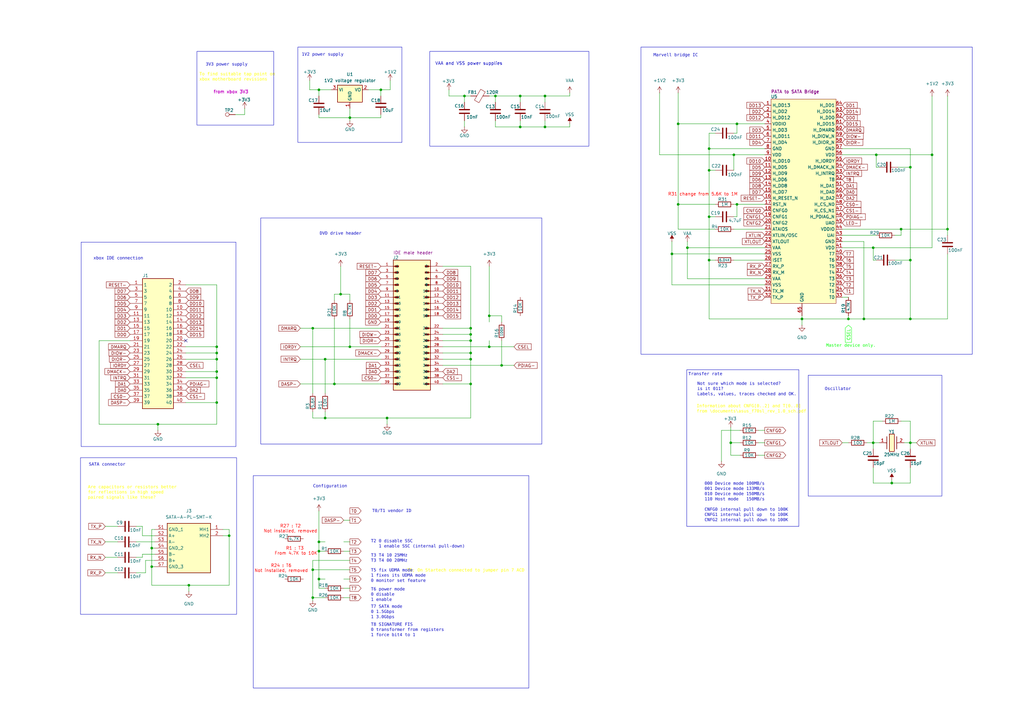
<source format=kicad_sch>
(kicad_sch (version 20231120) (generator "eeschema") (generator_version "8.0")
  (paper "A3")
  (title_block (title "xbox2sata") (date "2024-07-04"))
  (junction (at 373.38 106.68))
  (junction (at 213.36 39.37))
  (junction (at 275.59 104.14))
  (junction (at 388.62 93.98))
  (junction (at 88.9 144.78))
  (junction (at 302.26 83.82))
  (junction (at 130.81 222.25))
  (junction (at 299.72 181.61))
  (junction (at 193.04 139.7))
  (junction (at 193.04 137.16))
  (junction (at 369.57 93.98))
  (junction (at 328.93 130.81))
  (junction (at 88.9 152.4))
  (junction (at 290.83 106.68))
  (junction (at 133.35 147.32))
  (junction (at 290.83 60.96))
  (junction (at 382.27 63.5))
  (junction (at 130.81 237.49))
  (junction (at 373.38 130.81))
  (junction (at 193.04 147.32))
  (junction (at 130.81 226.06))
  (junction (at 213.36 52.07))
  (junction (at 62.23 232.41))
  (junction (at 300.99 63.5))
  (junction (at 133.35 171.45))
  (junction (at 203.2 39.37))
  (junction (at 359.41 63.5))
  (junction (at 358.14 101.6))
  (junction (at 193.04 144.78))
  (junction (at 156.21 36.83))
  (junction (at 88.9 154.94))
  (junction (at 205.74 149.86))
  (junction (at 77.47 240.03))
  (junction (at 373.38 181.61))
  (junction (at 93.98 219.71))
  (junction (at 143.51 48.26))
  (junction (at 193.04 157.48))
  (junction (at 137.16 157.48))
  (junction (at 88.9 147.32))
  (junction (at 354.33 130.81))
  (junction (at 158.75 171.45))
  (junction (at 347.98 130.81))
  (junction (at 130.81 36.83))
  (junction (at 190.5 39.37))
  (junction (at 278.13 50.8))
  (junction (at 278.13 83.82))
  (junction (at 200.66 129.54))
  (junction (at 193.04 134.62))
  (junction (at 223.52 39.37))
  (junction (at 290.83 88.9))
  (junction (at 200.66 142.24))
  (junction (at 365.76 198.12))
  (junction (at 128.27 233.68))
  (junction (at 290.83 69.85))
  (junction (at 128.27 134.62))
  (junction (at 88.9 142.24))
  (junction (at 281.94 101.6))
  (junction (at 62.23 224.79))
  (junction (at 64.77 173.99))
  (junction (at 143.51 142.24))
  (junction (at 88.9 165.1))
  (junction (at 223.52 52.07))
  (junction (at 358.14 181.61))
  (junction (at 302.26 50.8))
  (junction (at 139.7 120.65))
  (junction (at 373.38 68.58))
  (junction (at 128.27 245.11))
  (no_connect (at 76.2 139.7))
  (wire (pts (xy 133.35 237.49) (xy 130.81 237.49)))
  (wire (pts (xy 181.61 139.7) (xy 193.04 139.7)))
  (wire (pts (xy 205.74 132.08) (xy 205.74 129.54)))
  (wire (pts (xy 133.35 147.32) (xy 133.35 161.29)))
  (wire (pts (xy 213.36 39.37) (xy 203.2 39.37)))
  (wire (pts (xy 293.37 54.61) (xy 290.83 54.61)))
  (wire (pts (xy 130.81 36.83) (xy 130.81 39.37)))
  (wire (pts (xy 55.88 234.95) (xy 59.69 234.95)))
  (wire (pts (xy 143.51 229.87) (xy 128.27 229.87)))
  (wire (pts (xy 193.04 139.7) (xy 193.04 144.78)))
  (wire (pts (xy 328.93 129.54) (xy 328.93 130.81)))
  (wire (pts (xy 200.66 129.54) (xy 200.66 132.08)))
  (wire (pts (xy 100.33 46.99) (xy 100.33 44.45)))
  (wire (pts (xy 88.9 154.94) (xy 88.9 165.1)))
  (wire (pts (xy 360.68 68.58) (xy 359.41 68.58)))
  (wire (pts (xy 300.99 63.5) (xy 300.99 69.85)))
  (wire (pts (xy 290.83 54.61) (xy 290.83 60.96)))
  (wire (pts (xy 205.74 149.86) (xy 181.61 149.86)))
  (wire (pts (xy 181.61 109.22) (xy 193.04 109.22)))
  (wire (pts (xy 43.18 222.25) (xy 48.26 222.25)))
  (wire (pts (xy 181.61 137.16) (xy 193.04 137.16)))
  (wire (pts (xy 193.04 147.32) (xy 193.04 157.48)))
  (wire (pts (xy 311.15 181.61) (xy 313.69 181.61)))
  (wire (pts (xy 300.99 88.9) (xy 302.26 88.9)))
  (wire (pts (xy 40.64 139.7) (xy 40.64 173.99)))
  (wire (pts (xy 278.13 93.98) (xy 293.37 93.98)))
  (wire (pts (xy 223.52 52.07) (xy 233.68 52.07)))
  (wire (pts (xy 302.26 54.61) (xy 302.26 50.8)))
  (wire (pts (xy 300.99 54.61) (xy 302.26 54.61)))
  (wire (pts (xy 373.38 181.61) (xy 373.38 184.15)))
  (wire (pts (xy 223.52 39.37) (xy 233.68 39.37)))
  (wire (pts (xy 140.97 241.3) (xy 143.51 241.3)))
  (wire (pts (xy 130.81 209.55) (xy 130.81 222.25)))
  (wire (pts (xy 137.16 123.19) (xy 137.16 120.65)))
  (wire (pts (xy 140.97 237.49) (xy 143.51 237.49)))
  (wire (pts (xy 140.97 226.06) (xy 143.51 226.06)))
  (wire (pts (xy 278.13 83.82) (xy 293.37 83.82)))
  (wire (pts (xy 290.83 106.68) (xy 290.83 130.81)))
  (wire (pts (xy 62.23 217.17) (xy 62.23 224.79)))
  (wire (pts (xy 76.2 154.94) (xy 88.9 154.94)))
  (wire (pts (xy 143.51 44.45) (xy 143.51 48.26)))
  (wire (pts (xy 382.27 63.5) (xy 382.27 39.37)))
  (wire (pts (xy 359.41 63.5) (xy 359.41 68.58)))
  (wire (pts (xy 143.51 142.24) (xy 156.21 142.24)))
  (wire (pts (xy 130.81 48.26) (xy 143.51 48.26)))
  (wire (pts (xy 156.21 36.83) (xy 156.21 39.37)))
  (wire (pts (xy 213.36 52.07) (xy 223.52 52.07)))
  (wire (pts (xy 76.2 147.32) (xy 88.9 147.32)))
  (wire (pts (xy 275.59 116.84) (xy 275.59 104.14)))
  (wire (pts (xy 200.66 142.24) (xy 210.82 142.24)))
  (wire (pts (xy 133.35 168.91) (xy 133.35 171.45)))
  (wire (pts (xy 55.88 215.9) (xy 58.42 215.9)))
  (wire (pts (xy 345.44 60.96) (xy 373.38 60.96)))
  (wire (pts (xy 43.18 234.95) (xy 48.26 234.95)))
  (wire (pts (xy 355.6 181.61) (xy 358.14 181.61)))
  (wire (pts (xy 190.5 39.37) (xy 193.04 39.37)))
  (wire (pts (xy 373.38 106.68) (xy 373.38 130.81)))
  (wire (pts (xy 58.42 227.33) (xy 63.5 227.33)))
  (wire (pts (xy 62.23 240.03) (xy 77.47 240.03)))
  (wire (pts (xy 278.13 50.8) (xy 278.13 83.82)))
  (wire (pts (xy 278.13 38.1) (xy 278.13 50.8)))
  (wire (pts (xy 123.19 142.24) (xy 143.51 142.24)))
  (wire (pts (xy 77.47 240.03) (xy 93.98 240.03)))
  (wire (pts (xy 130.81 241.3) (xy 130.81 237.49)))
  (wire (pts (xy 358.14 198.12) (xy 365.76 198.12)))
  (wire (pts (xy 123.19 157.48) (xy 137.16 157.48)))
  (wire (pts (xy 345.44 93.98) (xy 369.57 93.98)))
  (wire (pts (xy 361.95 172.72) (xy 358.14 172.72)))
  (wire (pts (xy 181.61 144.78) (xy 193.04 144.78)))
  (wire (pts (xy 275.59 104.14) (xy 275.59 99.06)))
  (wire (pts (xy 193.04 109.22) (xy 193.04 134.62)))
  (wire (pts (xy 290.83 88.9) (xy 290.83 106.68)))
  (wire (pts (xy 76.2 116.84) (xy 88.9 116.84)))
  (wire (pts (xy 137.16 157.48) (xy 156.21 157.48)))
  (wire (pts (xy 96.52 46.99) (xy 100.33 46.99)))
  (wire (pts (xy 190.5 49.53) (xy 190.5 52.07)))
  (wire (pts (xy 76.2 142.24) (xy 88.9 142.24)))
  (wire (pts (xy 290.83 60.96) (xy 290.83 69.85)))
  (wire (pts (xy 345.44 181.61) (xy 347.98 181.61)))
  (wire (pts (xy 358.14 184.15) (xy 358.14 181.61)))
  (wire (pts (xy 193.04 171.45) (xy 158.75 171.45)))
  (wire (pts (xy 76.2 152.4) (xy 88.9 152.4)))
  (wire (pts (xy 130.81 237.49) (xy 130.81 226.06)))
  (wire (pts (xy 302.26 50.8) (xy 313.69 50.8)))
  (wire (pts (xy 373.38 181.61) (xy 373.38 172.72)))
  (wire (pts (xy 133.35 147.32) (xy 156.21 147.32)))
  (wire (pts (xy 300.99 106.68) (xy 313.69 106.68)))
  (wire (pts (xy 345.44 63.5) (xy 359.41 63.5)))
  (wire (pts (xy 151.13 36.83) (xy 156.21 36.83)))
  (wire (pts (xy 205.74 139.7) (xy 205.74 149.86)))
  (wire (pts (xy 143.51 123.19) (xy 143.51 120.65)))
  (wire (pts (xy 128.27 171.45) (xy 133.35 171.45)))
  (wire (pts (xy 293.37 106.68) (xy 290.83 106.68)))
  (wire (pts (xy 278.13 50.8) (xy 302.26 50.8)))
  (wire (pts (xy 373.38 68.58) (xy 373.38 106.68)))
  (wire (pts (xy 181.61 142.24) (xy 200.66 142.24)))
  (wire (pts (xy 373.38 60.96) (xy 373.38 68.58)))
  (wire (pts (xy 300.99 63.5) (xy 313.69 63.5)))
  (wire (pts (xy 93.98 219.71) (xy 93.98 240.03)))
  (wire (pts (xy 143.51 48.26) (xy 156.21 48.26)))
  (wire (pts (xy 62.23 232.41) (xy 62.23 240.03)))
  (wire (pts (xy 213.36 49.53) (xy 213.36 52.07)))
  (wire (pts (xy 359.41 63.5) (xy 382.27 63.5)))
  (wire (pts (xy 290.83 69.85) (xy 290.83 88.9)))
  (wire (pts (xy 347.98 129.54) (xy 347.98 130.81)))
  (wire (pts (xy 290.83 130.81) (xy 328.93 130.81)))
  (wire (pts (xy 193.04 137.16) (xy 193.04 139.7)))
  (wire (pts (xy 299.72 186.69) (xy 303.53 186.69)))
  (wire (pts (xy 184.15 36.83) (xy 184.15 39.37)))
  (wire (pts (xy 93.98 217.17) (xy 93.98 219.71)))
  (wire (pts (xy 140.97 222.25) (xy 143.51 222.25)))
  (wire (pts (xy 143.51 48.26) (xy 143.51 49.53)))
  (wire (pts (xy 354.33 130.81) (xy 373.38 130.81)))
  (wire (pts (xy 299.72 186.69) (xy 299.72 181.61)))
  (wire (pts (xy 299.72 181.61) (xy 299.72 175.26)))
  (wire (pts (xy 299.72 181.61) (xy 303.53 181.61)))
  (wire (pts (xy 369.57 93.98) (xy 388.62 93.98)))
  (wire (pts (xy 88.9 142.24) (xy 88.9 144.78)))
  (wire (pts (xy 313.69 101.6) (xy 281.94 101.6)))
  (wire (pts (xy 370.84 181.61) (xy 373.38 181.61)))
  (wire (pts (xy 139.7 120.65) (xy 143.51 120.65)))
  (wire (pts (xy 205.74 129.54) (xy 200.66 129.54)))
  (wire (pts (xy 128.27 134.62) (xy 156.21 134.62)))
  (wire (pts (xy 345.44 96.52) (xy 359.41 96.52)))
  (wire (pts (xy 181.61 134.62) (xy 193.04 134.62)))
  (wire (pts (xy 200.66 39.37) (xy 203.2 39.37)))
  (wire (pts (xy 203.2 49.53) (xy 203.2 52.07)))
  (wire (pts (xy 358.14 101.6) (xy 358.14 106.68)))
  (wire (pts (xy 302.26 83.82) (xy 313.69 83.82)))
  (wire (pts (xy 77.47 240.03) (xy 77.47 242.57)))
  (wire (pts (xy 302.26 88.9) (xy 302.26 83.82)))
  (wire (pts (xy 62.23 224.79) (xy 62.23 232.41)))
  (wire (pts (xy 233.68 39.37) (xy 233.68 38.1)))
  (wire (pts (xy 223.52 39.37) (xy 213.36 39.37)))
  (wire (pts (xy 127 33.02) (xy 127 36.83)))
  (wire (pts (xy 388.62 93.98) (xy 388.62 96.52)))
  (wire (pts (xy 345.44 121.92) (xy 347.98 121.92)))
  (wire (pts (xy 58.42 219.71) (xy 63.5 219.71)))
  (wire (pts (xy 137.16 130.81) (xy 137.16 157.48)))
  (wire (pts (xy 295.91 176.53) (xy 303.53 176.53)))
  (wire (pts (xy 43.18 228.6) (xy 48.26 228.6)))
  (wire (pts (xy 358.14 181.61) (xy 360.68 181.61)))
  (wire (pts (xy 388.62 39.37) (xy 388.62 93.98)))
  (wire (pts (xy 373.38 181.61) (xy 375.92 181.61)))
  (wire (pts (xy 58.42 228.6) (xy 58.42 227.33)))
  (wire (pts (xy 311.15 176.53) (xy 313.69 176.53)))
  (wire (pts (xy 223.52 41.91) (xy 223.52 39.37)))
  (wire (pts (xy 193.04 157.48) (xy 193.04 171.45)))
  (wire (pts (xy 88.9 152.4) (xy 88.9 154.94)))
  (wire (pts (xy 358.14 181.61) (xy 358.14 172.72)))
  (wire (pts (xy 133.35 222.25) (xy 130.81 222.25)))
  (wire (pts (xy 223.52 49.53) (xy 223.52 52.07)))
  (wire (pts (xy 213.36 41.91) (xy 213.36 39.37)))
  (wire (pts (xy 133.35 241.3) (xy 130.81 241.3)))
  (wire (pts (xy 62.23 232.41) (xy 63.5 232.41)))
  (wire (pts (xy 88.9 144.78) (xy 88.9 147.32)))
  (wire (pts (xy 55.88 222.25) (xy 63.5 222.25)))
  (wire (pts (xy 300.99 93.98) (xy 313.69 93.98)))
  (wire (pts (xy 270.51 38.1) (xy 270.51 63.5)))
  (wire (pts (xy 130.81 226.06) (xy 130.81 222.25)))
  (wire (pts (xy 160.02 33.02) (xy 160.02 36.83)))
  (wire (pts (xy 358.14 191.77) (xy 358.14 198.12)))
  (wire (pts (xy 313.69 116.84) (xy 275.59 116.84)))
  (wire (pts (xy 128.27 245.11) (xy 128.27 246.38)))
  (wire (pts (xy 156.21 46.99) (xy 156.21 48.26)))
  (wire (pts (xy 290.83 60.96) (xy 313.69 60.96)))
  (wire (pts (xy 313.69 104.14) (xy 275.59 104.14)))
  (wire (pts (xy 358.14 101.6) (xy 382.27 101.6)))
  (wire (pts (xy 203.2 52.07) (xy 213.36 52.07)))
  (wire (pts (xy 64.77 173.99) (xy 88.9 173.99)))
  (wire (pts (xy 64.77 173.99) (xy 64.77 176.53)))
  (wire (pts (xy 123.19 147.32) (xy 133.35 147.32)))
  (wire (pts (xy 133.35 226.06) (xy 130.81 226.06)))
  (wire (pts (xy 133.35 171.45) (xy 158.75 171.45)))
  (wire (pts (xy 88.9 147.32) (xy 88.9 152.4)))
  (wire (pts (xy 281.94 101.6) (xy 281.94 99.06)))
  (wire (pts (xy 63.5 217.17) (xy 62.23 217.17)))
  (wire (pts (xy 281.94 114.3) (xy 281.94 101.6)))
  (wire (pts (xy 58.42 215.9) (xy 58.42 219.71)))
  (wire (pts (xy 128.27 168.91) (xy 128.27 171.45)))
  (wire (pts (xy 76.2 144.78) (xy 88.9 144.78)))
  (wire (pts (xy 373.38 191.77) (xy 373.38 198.12)))
  (wire (pts (xy 59.69 229.87) (xy 63.5 229.87)))
  (wire (pts (xy 313.69 114.3) (xy 281.94 114.3)))
  (wire (pts (xy 365.76 198.12) (xy 373.38 198.12)))
  (wire (pts (xy 128.27 229.87) (xy 128.27 233.68)))
  (wire (pts (xy 328.93 130.81) (xy 328.93 133.35)))
  (wire (pts (xy 193.04 134.62) (xy 193.04 137.16)))
  (wire (pts (xy 127 36.83) (xy 130.81 36.83)))
  (wire (pts (xy 345.44 99.06) (xy 354.33 99.06)))
  (wire (pts (xy 128.27 233.68) (xy 128.27 245.11)))
  (wire (pts (xy 137.16 120.65) (xy 139.7 120.65)))
  (wire (pts (xy 300.99 83.82) (xy 302.26 83.82)))
  (wire (pts (xy 76.2 165.1) (xy 88.9 165.1)))
  (wire (pts (xy 53.34 139.7) (xy 40.64 139.7)))
  (wire (pts (xy 365.76 196.85) (xy 365.76 198.12)))
  (wire (pts (xy 367.03 106.68) (xy 373.38 106.68)))
  (wire (pts (xy 210.82 149.86) (xy 205.74 149.86)))
  (wire (pts (xy 354.33 99.06) (xy 354.33 130.81)))
  (wire (pts (xy 59.69 234.95) (xy 59.69 229.87)))
  (wire (pts (xy 40.64 173.99) (xy 64.77 173.99)))
  (wire (pts (xy 270.51 63.5) (xy 300.99 63.5)))
  (wire (pts (xy 139.7 109.22) (xy 139.7 120.65)))
  (wire (pts (xy 278.13 83.82) (xy 278.13 93.98)))
  (wire (pts (xy 128.27 233.68) (xy 143.51 233.68)))
  (wire (pts (xy 91.44 219.71) (xy 93.98 219.71)))
  (wire (pts (xy 88.9 116.84) (xy 88.9 142.24)))
  (wire (pts (xy 181.61 157.48) (xy 193.04 157.48)))
  (wire (pts (xy 203.2 39.37) (xy 203.2 41.91)))
  (wire (pts (xy 293.37 69.85) (xy 290.83 69.85)))
  (wire (pts (xy 358.14 106.68) (xy 359.41 106.68)))
  (wire (pts (xy 369.57 172.72) (xy 373.38 172.72)))
  (wire (pts (xy 200.66 139.7) (xy 200.66 142.24)))
  (wire (pts (xy 373.38 130.81) (xy 388.62 130.81)))
  (wire (pts (xy 295.91 176.53) (xy 295.91 189.23)))
  (wire (pts (xy 130.81 46.99) (xy 130.81 48.26)))
  (wire (pts (xy 128.27 134.62) (xy 128.27 161.29)))
  (wire (pts (xy 233.68 52.07) (xy 233.68 50.8)))
  (wire (pts (xy 55.88 228.6) (xy 58.42 228.6)))
  (wire (pts (xy 181.61 147.32) (xy 193.04 147.32)))
  (wire (pts (xy 345.44 101.6) (xy 358.14 101.6)))
  (wire (pts (xy 290.83 88.9) (xy 293.37 88.9)))
  (wire (pts (xy 123.19 134.62) (xy 128.27 134.62)))
  (wire (pts (xy 368.3 68.58) (xy 373.38 68.58)))
  (wire (pts (xy 193.04 144.78) (xy 193.04 147.32)))
  (wire (pts (xy 91.44 217.17) (xy 93.98 217.17)))
  (wire (pts (xy 369.57 96.52) (xy 369.57 93.98)))
  (wire (pts (xy 158.75 171.45) (xy 158.75 173.99)))
  (wire (pts (xy 88.9 165.1) (xy 88.9 173.99)))
  (wire (pts (xy 328.93 130.81) (xy 347.98 130.81)))
  (wire (pts (xy 367.03 96.52) (xy 369.57 96.52)))
  (wire (pts (xy 140.97 213.36) (xy 143.51 213.36)))
  (wire (pts (xy 43.18 215.9) (xy 48.26 215.9)))
  (wire (pts (xy 143.51 130.81) (xy 143.51 142.24)))
  (wire (pts (xy 382.27 101.6) (xy 382.27 63.5)))
  (wire (pts (xy 140.97 245.11) (xy 143.51 245.11)))
  (wire (pts (xy 311.15 186.69) (xy 313.69 186.69)))
  (wire (pts (xy 184.15 39.37) (xy 190.5 39.37)))
  (wire (pts (xy 62.23 224.79) (xy 63.5 224.79)))
  (wire (pts (xy 130.81 36.83) (xy 135.89 36.83)))
  (wire (pts (xy 190.5 41.91) (xy 190.5 39.37)))
  (wire (pts (xy 200.66 109.22) (xy 200.66 129.54)))
  (wire (pts (xy 156.21 36.83) (xy 160.02 36.83)))
  (wire (pts (xy 388.62 104.14) (xy 388.62 130.81)))
  (wire (pts (xy 128.27 245.11) (xy 133.35 245.11)))
  (wire (pts (xy 347.98 130.81) (xy 354.33 130.81)))
  (rectangle (start 33.274 99.314) (end 96.774 183.134))
  (rectangle (start 331.47 153.924) (end 386.334 203.454))
  (rectangle (start 33.02 187.706) (end 97.028 251.968))
  (rectangle (start 262.89 19.304) (end 398.78 145.288))
  (rectangle (start 80.772 21.082) (end 112.268 51.308))
  (rectangle (start 106.934 89.408) (end 222.25 182.118))
  (rectangle (start 103.886 195.072) (end 216.916 282.194))
  (rectangle (start 281.686 151.638) (end 327.66 215.9))
  (rectangle (start 176.276 21.082) (end 241.554 59.944))
  (rectangle (start 122.174 19.304) (end 164.846 58.42))
  (text_box "000 Device mode 100MB/s\n001 Device mode 133MB/s\n010 Device mode 150MB/s\n110 Host mode   150MB/s\n\nCNFG0 internal pull down to 100K\nCNFG1 internal pull up   to 100K\nCNFG2 internal pull down to 100K" (at 288.036 196.596 0) (size 38.862 18.034) (stroke (width -0.0001)) (effects (font (size 1.27 1.27)) (justify left top)))
  (text "VAA and VSS power supplies" (at 192.278 26.162 0) (effects (font (size 1.27 1.27))))
  (text "xbox IDE connection" (at 48.514 106.426 0) (effects (font (size 1.27 1.27))))
  (text "R24 : T6\nNot installed, removed" (at 115.316 233.172 0) (effects (font (size 1.27 1.27))))
  (text "T5 fix UDMA mode\n1 fixes its UDMA mode\n0 monitor set feature" (at 152.146 233.68 0) (effects (font (size 1.27 1.27)) (justify left top)))
  (text "Information about CNFG[0..2] and T[0..8]\nfrom \\documents\\asus_f70sl_rev_1.0_sch.pdf" (at 285.75 168.148 0) (effects (font (size 1.27 1.27)) (justify left)))
  (text "R31 change from 5.6K to 1M" (at 288.29 79.756 0) (effects (font (size 1.27 1.27))))
  (text "T3 T4 10 25MHz\nT3 T4 00 20MHz" (at 152.146 229.362 0) (effects (font (size 1.27 1.27)) (justify left)))
  (text "Master device only." (at 348.996 142.24 0) (effects (font (size 1.27 1.27))))
  (text "DVD drive header" (at 139.7 96.266 0) (effects (font (size 1.27 1.27))))
  (text "SATA connector" (at 43.942 191.008 0) (effects (font (size 1.27 1.27))))
  (text "T5; On Startech connected to jumper pin 7 ACD" (at 191.008 234.442 0) (effects (font (size 1.27 1.27))))
  (text "Configuration" (at 135.382 199.898 0) (effects (font (size 1.27 1.27))))
  (text "T7 SATA mode\n0 1.5Gbps\n1 3.0Gbps" (at 152.146 251.46 0) (effects (font (size 1.27 1.27)) (justify left)))
  (text "3V3 power supply" (at 92.964 26.924 0) (effects (font (size 1.27 1.27))))
  (text "Marvell bridge IC" (at 277.114 23.114 0) (effects (font (size 1.27 1.27))))
  (text "To find suitable tap point on \nxbox motherboard revisions" (at 81.788 32.004 0) (effects (font (size 1.27 1.27)) (justify left)))
  (text "T6 power mode\n0 disable\n1 enable" (at 152.146 244.348 0) (effects (font (size 1.27 1.27)) (justify left)))
  (text "1V2 power supply" (at 132.334 22.86 0) (effects (font (size 1.27 1.27))))
  (text "Are capacitors or resistors better\nfor reflections in high speed\npaired signals like these?" (at 36.068 202.438 0) (effects (font (size 1.27 1.27)) (justify left)))
  (text "R1 : T3 \nFrom 4.7K to 10K" (at 121.412 226.06 0) (effects (font (size 1.27 1.27))))
  (text "T0/T1 vendor ID" (at 152.654 210.058 0) (effects (font (size 1.27 1.27)) (justify left)))
  (text "Oscillator" (at 343.662 160.02 0) (effects (font (size 1.27 1.27))))
  (text "T2 0 disable SSC\n   1 enable SSC (internal pull-down)" (at 152.146 223.52 0) (effects (font (size 1.27 1.27)) (justify left)))
  (text "Transfer rate" (at 289.306 153.924 0) (effects (font (size 1.27 1.27))))
  (text "R27 : T2\nNot installed, removed" (at 119.126 216.916 0) (effects (font (size 1.27 1.27))))
  (text "T8 SIGNATURE FIS\n0 transformer from registers\n1 force bit4 to 1" (at 152.146 258.826 0) (effects (font (size 1.27 1.27)) (justify left)))
  (text "Not sure which mode is selected? \nis it 011?\nLabels, values, traces checked and OK." (at 286.004 160.02 0) (effects (font (size 1.27 1.27)) (justify left)))
  (global_label "DA1" (shape input) (at 345.44 76.2 0) (property "Intersheetrefs" "${INTERSHEET_REFS}" (effects (hide yes))))
  (global_label "DD1" (shape input) (at 345.44 43.18 0) (property "Intersheetrefs" "${INTERSHEET_REFS}" (effects (hide yes))))
  (global_label "DD14" (shape input) (at 76.2 134.62 0) (property "Intersheetrefs" "${INTERSHEET_REFS}" (effects (hide yes))))
  (global_label "DA2" (shape input) (at 76.2 160.02 0) (property "Intersheetrefs" "${INTERSHEET_REFS}" (effects (hide yes))))
  (global_label "CS1-" (shape input) (at 76.2 162.56 0) (property "Intersheetrefs" "${INTERSHEET_REFS}" (effects (hide yes))))
  (global_label "PDIAG-" (shape input) (at 210.82 149.86 0) (property "Intersheetrefs" "${INTERSHEET_REFS}" (effects (hide yes))))
  (global_label "GND" (shape input) (at 156.21 132.08 180) (property "Intersheetrefs" "${INTERSHEET_REFS}" (effects (hide yes))))
  (global_label "T6" (shape input) (at 345.44 106.68 0) (property "Intersheetrefs" "${INTERSHEET_REFS}" (effects (hide yes))))
  (global_label "DD11" (shape input) (at 313.69 55.88 180) (property "Intersheetrefs" "${INTERSHEET_REFS}" (effects (hide yes))))
  (global_label "RX_P" (shape input) (at 313.69 109.22 180) (property "Intersheetrefs" "${INTERSHEET_REFS}" (effects (hide yes))))
  (global_label "XTLOUT" (shape input) (at 345.44 181.61 180) (property "Intersheetrefs" "${INTERSHEET_REFS}" (effects (hide yes))))
  (global_label "T0" (shape output) (at 143.51 209.55 0) (property "Intersheetrefs" "${INTERSHEET_REFS}" (effects (hide yes))))
  (global_label "T3" (shape output) (at 143.51 226.06 0) (property "Intersheetrefs" "${INTERSHEET_REFS}" (effects (hide yes))))
  (global_label "CNFG0" (shape output) (at 313.69 176.53 0) (property "Intersheetrefs" "${INTERSHEET_REFS}" (effects (hide yes))))
  (global_label "DD2" (shape input) (at 53.34 132.08 180) (property "Intersheetrefs" "${INTERSHEET_REFS}" (effects (hide yes))))
  (global_label "XTLOUT" (shape input) (at 313.69 99.06 180) (property "Intersheetrefs" "${INTERSHEET_REFS}" (effects (hide yes))))
  (global_label "T4" (shape input) (at 345.44 111.76 0) (property "Intersheetrefs" "${INTERSHEET_REFS}" (effects (hide yes))))
  (global_label "DA1" (shape input) (at 156.21 149.86 180) (property "Intersheetrefs" "${INTERSHEET_REFS}" (effects (hide yes))))
  (global_label "DD11" (shape input) (at 181.61 119.38 0) (property "Intersheetrefs" "${INTERSHEET_REFS}" (effects (hide yes))))
  (global_label "PDIAG-" (shape input) (at 76.2 157.48 0) (property "Intersheetrefs" "${INTERSHEET_REFS}" (effects (hide yes))))
  (global_label "DD2" (shape input) (at 313.69 45.72 180) (property "Intersheetrefs" "${INTERSHEET_REFS}" (effects (hide yes))))
  (global_label "DIOR-" (shape input) (at 156.21 139.7 180) (property "Intersheetrefs" "${INTERSHEET_REFS}" (effects (hide yes))))
  (global_label "TX_N" (shape input) (at 313.69 119.38 180) (property "Intersheetrefs" "${INTERSHEET_REFS}" (effects (hide yes))))
  (global_label "DA0" (shape input) (at 156.21 152.4 180) (property "Intersheetrefs" "${INTERSHEET_REFS}" (effects (hide yes))))
  (global_label "T5" (shape output) (at 143.51 233.68 0) (property "Intersheetrefs" "${INTERSHEET_REFS}" (effects (hide yes))))
  (global_label "DD7" (shape input) (at 313.69 78.74 180) (property "Intersheetrefs" "${INTERSHEET_REFS}" (effects (hide yes))))
  (global_label "XTLIN" (shape input) (at 375.92 181.61 0) (property "Intersheetrefs" "${INTERSHEET_REFS}" (effects (hide yes))))
  (global_label "CSEL" (shape input) (at 347.98 133.35 270) (property "Intersheetrefs" "${INTERSHEET_REFS}" (effects (hide yes))))
  (global_label "DMARQ" (shape input) (at 53.34 142.24 180) (property "Intersheetrefs" "${INTERSHEET_REFS}" (effects (hide yes))))
  (global_label "DASP-" (shape input) (at 123.19 157.48 180) (property "Intersheetrefs" "${INTERSHEET_REFS}" (effects (hide yes))))
  (global_label "DA0" (shape input) (at 53.34 160.02 180) (property "Intersheetrefs" "${INTERSHEET_REFS}" (effects (hide yes))))
  (global_label "IORDY" (shape input) (at 123.19 142.24 180) (property "Intersheetrefs" "${INTERSHEET_REFS}" (effects (hide yes))))
  (global_label "RESET-" (shape input) (at 313.69 81.28 180) (property "Intersheetrefs" "${INTERSHEET_REFS}" (effects (hide yes))))
  (global_label "DA1" (shape input) (at 53.34 157.48 180) (property "Intersheetrefs" "${INTERSHEET_REFS}" (effects (hide yes))))
  (global_label "DD3" (shape input) (at 313.69 53.34 180) (property "Intersheetrefs" "${INTERSHEET_REFS}" (effects (hide yes))))
  (global_label "DD12" (shape input) (at 76.2 129.54 0) (property "Intersheetrefs" "${INTERSHEET_REFS}" (effects (hide yes))))
  (global_label "DD4" (shape input) (at 156.21 119.38 180) (property "Intersheetrefs" "${INTERSHEET_REFS}" (effects (hide yes))))
  (global_label "DD8" (shape input) (at 313.69 76.2 180) (property "Intersheetrefs" "${INTERSHEET_REFS}" (effects (hide yes))))
  (global_label "DD15" (shape input) (at 345.44 50.8 0) (property "Intersheetrefs" "${INTERSHEET_REFS}" (effects (hide yes))))
  (global_label "CNFG1" (shape input) (at 313.69 88.9 180) (property "Intersheetrefs" "${INTERSHEET_REFS}" (effects (hide yes))))
  (global_label "CS0-" (shape input) (at 156.21 154.94 180) (property "Intersheetrefs" "${INTERSHEET_REFS}" (effects (hide yes))))
  (global_label "DD10" (shape input) (at 76.2 124.46 0) (property "Intersheetrefs" "${INTERSHEET_REFS}" (effects (hide yes))))
  (global_label "DD8" (shape input) (at 76.2 119.38 0) (property "Intersheetrefs" "${INTERSHEET_REFS}" (effects (hide yes))))
  (global_label "RX_P" (shape input) (at 43.18 234.95 180) (property "Intersheetrefs" "${INTERSHEET_REFS}" (effects (hide yes))))
  (global_label "DD12" (shape input) (at 313.69 48.26 180) (property "Intersheetrefs" "${INTERSHEET_REFS}" (effects (hide yes))))
  (global_label "DD3" (shape input) (at 53.34 129.54 180) (property "Intersheetrefs" "${INTERSHEET_REFS}" (effects (hide yes))))
  (global_label "IORDY" (shape input) (at 53.34 149.86 180) (property "Intersheetrefs" "${INTERSHEET_REFS}" (effects (hide yes))))
  (global_label "T2" (shape output) (at 143.51 222.25 0) (property "Intersheetrefs" "${INTERSHEET_REFS}" (effects (hide yes))))
  (global_label "DD7" (shape input) (at 156.21 111.76 180) (property "Intersheetrefs" "${INTERSHEET_REFS}" (effects (hide yes))))
  (global_label "CNFG2" (shape output) (at 313.69 186.69 0) (property "Intersheetrefs" "${INTERSHEET_REFS}" (effects (hide yes))))
  (global_label "T4" (shape output) (at 143.51 229.87 0) (property "Intersheetrefs" "${INTERSHEET_REFS}" (effects (hide yes))))
  (global_label "TX_N" (shape input) (at 43.18 222.25 180) (property "Intersheetrefs" "${INTERSHEET_REFS}" (effects (hide yes))))
  (global_label "DD6" (shape input) (at 313.69 73.66 180) (property "Intersheetrefs" "${INTERSHEET_REFS}" (effects (hide yes))))
  (global_label "DD6" (shape input) (at 156.21 114.3 180) (property "Intersheetrefs" "${INTERSHEET_REFS}" (effects (hide yes))))
  (global_label "T1" (shape input) (at 345.44 119.38 0) (property "Intersheetrefs" "${INTERSHEET_REFS}" (effects (hide yes))))
  (global_label "CSEL" (shape input) (at 76.2 149.86 0) (property "Intersheetrefs" "${INTERSHEET_REFS}" (effects (hide yes))))
  (global_label "DMARQ" (shape input) (at 123.19 134.62 180) (property "Intersheetrefs" "${INTERSHEET_REFS}" (effects (hide yes))))
  (global_label "DA2" (shape input) (at 181.61 152.4 0) (property "Intersheetrefs" "${INTERSHEET_REFS}" (effects (hide yes))))
  (global_label "DD9" (shape input) (at 181.61 114.3 0) (property "Intersheetrefs" "${INTERSHEET_REFS}" (effects (hide yes))))
  (global_label "INTRQ" (shape input) (at 53.34 154.94 180) (property "Intersheetrefs" "${INTERSHEET_REFS}" (effects (hide yes))))
  (global_label "DIOW-" (shape input) (at 53.34 144.78 180) (property "Intersheetrefs" "${INTERSHEET_REFS}" (effects (hide yes))))
  (global_label "DD6" (shape input) (at 53.34 121.92 180) (property "Intersheetrefs" "${INTERSHEET_REFS}" (effects (hide yes))))
  (global_label "DASP-" (shape input) (at 140.97 213.36 180) (property "Intersheetrefs" "${INTERSHEET_REFS}" (effects (hide yes))))
  (global_label "DD9" (shape input) (at 76.2 121.92 0) (property "Intersheetrefs" "${INTERSHEET_REFS}" (effects (hide yes))))
  (global_label "DD4" (shape input) (at 53.34 127 180) (property "Intersheetrefs" "${INTERSHEET_REFS}" (effects (hide yes))))
  (global_label "DD3" (shape input) (at 156.21 121.92 180) (property "Intersheetrefs" "${INTERSHEET_REFS}" (effects (hide yes))))
  (global_label "DD1" (shape input) (at 156.21 127 180) (property "Intersheetrefs" "${INTERSHEET_REFS}" (effects (hide yes))))
  (global_label "T7" (shape input) (at 345.44 104.14 0) (property "Intersheetrefs" "${INTERSHEET_REFS}" (effects (hide yes))))
  (global_label "CNFG2" (shape input) (at 313.69 91.44 180) (property "Intersheetrefs" "${INTERSHEET_REFS}" (effects (hide yes))))
  (global_label "DD10" (shape input) (at 313.69 66.04 180) (property "Intersheetrefs" "${INTERSHEET_REFS}" (effects (hide yes))))
  (global_label "TX_P" (shape input) (at 43.18 215.9 180) (property "Intersheetrefs" "${INTERSHEET_REFS}" (effects (hide yes))))
  (global_label "DD9" (shape input) (at 313.69 71.12 180) (property "Intersheetrefs" "${INTERSHEET_REFS}" (effects (hide yes))))
  (global_label "CS1-" (shape input) (at 345.44 86.36 0) (property "Intersheetrefs" "${INTERSHEET_REFS}" (effects (hide yes))))
  (global_label "DD5" (shape input) (at 156.21 116.84 180) (property "Intersheetrefs" "${INTERSHEET_REFS}" (effects (hide yes))))
  (global_label "DMACK-" (shape input) (at 345.44 68.58 0) (property "Intersheetrefs" "${INTERSHEET_REFS}" (effects (hide yes))))
  (global_label "DD8" (shape input) (at 181.61 111.76 0) (property "Intersheetrefs" "${INTERSHEET_REFS}" (effects (hide yes))))
  (global_label "DD7" (shape input) (at 53.34 119.38 180) (property "Intersheetrefs" "${INTERSHEET_REFS}" (effects (hide yes))))
  (global_label "DD13" (shape input) (at 181.61 124.46 0) (property "Intersheetrefs" "${INTERSHEET_REFS}" (effects (hide yes))))
  (global_label "RESET-" (shape input) (at 53.34 116.84 180) (property "Intersheetrefs" "${INTERSHEET_REFS}" (effects (hide yes))))
  (global_label "CS1-" (shape input) (at 181.61 154.94 0) (property "Intersheetrefs" "${INTERSHEET_REFS}" (effects (hide yes))))
  (global_label "LED-" (shape input) (at 345.44 91.44 0) (property "Intersheetrefs" "${INTERSHEET_REFS}" (effects (hide yes))))
  (global_label "DD10" (shape input) (at 181.61 116.84 0) (property "Intersheetrefs" "${INTERSHEET_REFS}" (effects (hide yes))))
  (global_label "DD14" (shape input) (at 181.61 127 0) (property "Intersheetrefs" "${INTERSHEET_REFS}" (effects (hide yes))))
  (global_label "T6" (shape output) (at 143.51 237.49 0) (property "Intersheetrefs" "${INTERSHEET_REFS}" (effects (hide yes))))
  (global_label "DIOR-" (shape input) (at 53.34 147.32 180) (property "Intersheetrefs" "${INTERSHEET_REFS}" (effects (hide yes))))
  (global_label "DIOW-" (shape input) (at 345.44 55.88 0) (property "Intersheetrefs" "${INTERSHEET_REFS}" (effects (hide yes))))
  (global_label "DD13" (shape input) (at 313.69 43.18 180) (property "Intersheetrefs" "${INTERSHEET_REFS}" (effects (hide yes))))
  (global_label "RX_N" (shape input) (at 43.18 228.6 180) (property "Intersheetrefs" "${INTERSHEET_REFS}" (effects (hide yes))))
  (global_label "DD14" (shape input) (at 345.44 45.72 0) (property "Intersheetrefs" "${INTERSHEET_REFS}" (effects (hide yes))))
  (global_label "DD0" (shape input) (at 345.44 48.26 0) (property "Intersheetrefs" "${INTERSHEET_REFS}" (effects (hide yes))))
  (global_label "CS0-" (shape input) (at 345.44 83.82 0) (property "Intersheetrefs" "${INTERSHEET_REFS}" (effects (hide yes))))
  (global_label "DA0" (shape input) (at 345.44 78.74 0) (property "Intersheetrefs" "${INTERSHEET_REFS}" (effects (hide yes))))
  (global_label "TX_P" (shape input) (at 313.69 121.92 180) (property "Intersheetrefs" "${INTERSHEET_REFS}" (effects (hide yes))))
  (global_label "DD12" (shape input) (at 181.61 121.92 0) (property "Intersheetrefs" "${INTERSHEET_REFS}" (effects (hide yes))))
  (global_label "DMACK-" (shape input) (at 53.34 152.4 180) (property "Intersheetrefs" "${INTERSHEET_REFS}" (effects (hide yes))))
  (global_label "DASP-" (shape input) (at 53.34 165.1 180) (property "Intersheetrefs" "${INTERSHEET_REFS}" (effects (hide yes))))
  (global_label "T7" (shape output) (at 143.51 241.3 0) (property "Intersheetrefs" "${INTERSHEET_REFS}" (effects (hide yes))))
  (global_label "DD0" (shape input) (at 156.21 129.54 180) (property "Intersheetrefs" "${INTERSHEET_REFS}" (effects (hide yes))))
  (global_label "DD5" (shape input) (at 53.34 124.46 180) (property "Intersheetrefs" "${INTERSHEET_REFS}" (effects (hide yes))))
  (global_label "CNFG1" (shape output) (at 313.69 181.61 0) (property "Intersheetrefs" "${INTERSHEET_REFS}" (effects (hide yes))))
  (global_label "DD1" (shape input) (at 53.34 134.62 180) (property "Intersheetrefs" "${INTERSHEET_REFS}" (effects (hide yes))))
  (global_label "INTRQ" (shape input) (at 345.44 71.12 0) (property "Intersheetrefs" "${INTERSHEET_REFS}" (effects (hide yes))))
  (global_label "DD5" (shape input) (at 313.69 68.58 180) (property "Intersheetrefs" "${INTERSHEET_REFS}" (effects (hide yes))))
  (global_label "T5" (shape input) (at 345.44 109.22 0) (property "Intersheetrefs" "${INTERSHEET_REFS}" (effects (hide yes))))
  (global_label "T2" (shape input) (at 345.44 116.84 0) (property "Intersheetrefs" "${INTERSHEET_REFS}" (effects (hide yes))))
  (global_label "DD2" (shape input) (at 156.21 124.46 180) (property "Intersheetrefs" "${INTERSHEET_REFS}" (effects (hide yes))))
  (global_label "DD13" (shape input) (at 76.2 132.08 0) (property "Intersheetrefs" "${INTERSHEET_REFS}" (effects (hide yes))))
  (global_label "DD15" (shape input) (at 181.61 129.54 0) (property "Intersheetrefs" "${INTERSHEET_REFS}" (effects (hide yes))))
  (global_label "IORDY" (shape input) (at 345.44 66.04 0) (property "Intersheetrefs" "${INTERSHEET_REFS}" (effects (hide yes))))
  (global_label "CNFG0" (shape input) (at 313.69 86.36 180) (property "Intersheetrefs" "${INTERSHEET_REFS}" (effects (hide yes))))
  (global_label "DD4" (shape input) (at 313.69 58.42 180) (property "Intersheetrefs" "${INTERSHEET_REFS}" (effects (hide yes))))
  (global_label "T3" (shape input) (at 345.44 114.3 0) (property "Intersheetrefs" "${INTERSHEET_REFS}" (effects (hide yes))))
  (global_label "T1" (shape output) (at 143.51 213.36 0) (property "Intersheetrefs" "${INTERSHEET_REFS}" (effects (hide yes))))
  (global_label "CSEL" (shape input) (at 210.82 142.24 0) (property "Intersheetrefs" "${INTERSHEET_REFS}" (effects (hide yes))))
  (global_label "XTLIN" (shape input) (at 313.69 96.52 180) (property "Intersheetrefs" "${INTERSHEET_REFS}" (effects (hide yes))))
  (global_label "CS0-" (shape input) (at 53.34 162.56 180) (property "Intersheetrefs" "${INTERSHEET_REFS}" (effects (hide yes))))
  (global_label "T8" (shape output) (at 143.51 245.11 0) (property "Intersheetrefs" "${INTERSHEET_REFS}" (effects (hide yes))))
  (global_label "INTRQ" (shape input) (at 123.19 147.32 180) (property "Intersheetrefs" "${INTERSHEET_REFS}" (effects (hide yes))))
  (global_label "RX_N" (shape input) (at 313.69 111.76 180) (property "Intersheetrefs" "${INTERSHEET_REFS}" (effects (hide yes))))
  (global_label "DA2" (shape input) (at 345.44 81.28 0) (property "Intersheetrefs" "${INTERSHEET_REFS}" (effects (hide yes))))
  (global_label "DMARQ" (shape input) (at 345.44 53.34 0) (property "Intersheetrefs" "${INTERSHEET_REFS}" (effects (hide yes))))
  (global_label "RESET-" (shape input) (at 156.21 109.22 180) (property "Intersheetrefs" "${INTERSHEET_REFS}" (effects (hide yes))))
  (global_label "DMACK-" (shape input) (at 156.21 144.78 180) (property "Intersheetrefs" "${INTERSHEET_REFS}" (effects (hide yes))))
  (global_label "T8" (shape input) (at 345.44 73.66 0) (property "Intersheetrefs" "${INTERSHEET_REFS}" (effects (hide yes))))
  (global_label "DD0" (shape input) (at 53.34 137.16 180) (property "Intersheetrefs" "${INTERSHEET_REFS}" (effects (hide yes))))
  (global_label "DIOW-" (shape input) (at 156.21 137.16 180) (property "Intersheetrefs" "${INTERSHEET_REFS}" (effects (hide yes))))
  (global_label "DD15" (shape input) (at 76.2 137.16 0) (property "Intersheetrefs" "${INTERSHEET_REFS}" (effects (hide yes))))
  (global_label "DIOR-" (shape input) (at 345.44 58.42 0) (property "Intersheetrefs" "${INTERSHEET_REFS}" (effects (hide yes))))
  (global_label "DD11" (shape input) (at 76.2 127 0) (property "Intersheetrefs" "${INTERSHEET_REFS}" (effects (hide yes))))
  (global_label "PDIAG-" (shape input) (at 345.44 88.9 0) (property "Intersheetrefs" "${INTERSHEET_REFS}" (effects (hide yes))))
  (symbol (lib_id "Device:R") (at 213.36 125.73 0) (unit 1)
    (property "Reference" "R14" (at 211.328 128.524 90) (effects (justify left)))
    (property "Value" "10K" (at 213.36 127.762 90) (effects (justify left)))
    (property "Footprint" "Resistor_SMD:R_0402_1005Metric_Pad0.72x0.64mm_HandSolder" (effects (hide yes)))
    (property "Description" "Resistor" (effects (hide yes)))
  )
  (symbol (lib_id "Device:R") (at 365.76 172.72 90) (unit 1)
    (property "Reference" "R22" (at 364.744 170.688 90))
    (property "Value" "1M" (at 365.76 172.72 90))
    (property "Footprint" "Resistor_SMD:R_0402_1005Metric_Pad0.72x0.64mm_HandSolder" (effects (hide yes)))
    (property "Description" "Resistor" (effects (hide yes)))
  )
  (symbol (lib_id "Device:C") (at 213.36 45.72 0) (unit 1)
    (property "Reference" "C15" (at 209.296 43.688 0) (effects (justify left)))
    (property "Value" "10nF" (at 213.614 48.006 0) (effects (justify left)))
    (property "Footprint" "Capacitor_SMD:C_0402_1005Metric_Pad0.74x0.62mm_HandSolder" (effects (hide yes)))
    (property "Description" "Unpolarized capacitor" (effects (hide yes)))
  )
  (symbol (lib_id "power:+1V2") (at 270.51 38.1 0) (unit 1)
    (property "Reference" "#PWR03" (effects (hide yes)))
    (property "Value" "+1V2" (at 270.51 33.02 0))
    (property "Description" "Power symbol creates a global label with name \"+1V2\"" (effects (hide yes)))
  )
  (symbol (lib_id "Device:C") (at 156.21 43.18 0) (unit 1)
    (property "Reference" "C18" (at 152.146 41.148 0) (effects (justify left)))
    (property "Value" "10uF" (at 156.718 45.212 0) (effects (justify left)))
    (property "Footprint" "Capacitor_SMD:C_0805_2012Metric" (effects (hide yes)))
    (property "Datasheet" "https://product.tdk.com/system/files/dam/doc/product/capacitor/ceramic/mlcc/catalog/mlcc_commercial_general_en.pdf?ref_disty=mouser" (effects (hide yes)))
    (property "Description" "Unpolarized capacitor" (effects (hide yes)))
    (property "Mfr. No:" "C1608X7R1A105K080AC" (effects (hide yes)))
  )
  (symbol (lib_id "power:+1V2") (at 382.27 39.37 0) (unit 1)
    (property "Reference" "#PWR02" (effects (hide yes)))
    (property "Value" "+1V2" (at 382.27 34.29 0))
    (property "Description" "Power symbol creates a global label with name \"+1V2\"" (effects (hide yes)))
  )
  (symbol (lib_id "Device:C") (at 297.18 54.61 90) (unit 1)
    (property "Reference" "C24" (at 295.402 53.086 90) (effects (justify left)))
    (property "Value" "100nF" (at 304.546 56.388 90) (effects (justify left)))
    (property "Footprint" "Capacitor_SMD:C_0402_1005Metric_Pad0.74x0.62mm_HandSolder" (effects (hide yes)))
    (property "Description" "Unpolarized capacitor" (effects (hide yes)))
  )
  (symbol (lib_id "Device:C") (at 373.38 187.96 0) (unit 1)
    (property "Reference" "C26" (at 369.316 185.928 0) (effects (justify left)))
    (property "Value" "16pF" (at 373.38 189.992 0) (effects (justify left)))
    (property "Footprint" "Capacitor_SMD:C_0402_1005Metric_Pad0.74x0.62mm_HandSolder" (effects (hide yes)))
    (property "Description" "Unpolarized capacitor" (effects (hide yes)))
  )
  (symbol (lib_id "Device:R") (at 205.74 135.89 180) (unit 1)
    (property "Reference" "R16" (at 203.708 136.652 90))
    (property "Value" "100K" (at 205.74 135.89 90) (effects (font (size 1.016 1.016))))
    (property "Footprint" "Resistor_SMD:R_0402_1005Metric_Pad0.72x0.64mm_HandSolder" (effects (hide yes)))
    (property "Description" "Resistor" (effects (hide yes)))
  )
  (symbol (lib_id "Device:R") (at 120.65 220.98 270) (unit 1)
    (property "Reference" "R27" (at 116.332 219.964 90))
    (property "Value" "4.7K" (at 120.65 220.98 90))
    (property "Footprint" "Resistor_SMD:R_0402_1005Metric_Pad0.72x0.64mm_HandSolder" (effects (hide yes)))
    (property "Description" "Resistor" (effects (hide yes)))
  )
  (symbol (lib_id "power:+3V3") (at 100.33 44.45 0) (unit 1)
    (property "Reference" "#PWR017" (effects (hide yes)))
    (property "Value" "+3V3" (at 100.076 40.894 0))
    (property "Description" "Power symbol creates a global label with name \"+3V3\"" (effects (hide yes)))
  )
  (symbol (lib_id "Device:R") (at 307.34 176.53 270) (unit 1)
    (property "Reference" "R15" (at 306.324 174.498 90))
    (property "Value" "10K" (at 307.34 176.53 90))
    (property "Footprint" "Resistor_SMD:R_0402_1005Metric_Pad0.72x0.64mm_HandSolder" (effects (hide yes)))
    (property "Description" "Resistor" (effects (hide yes)))
  )
  (symbol (lib_id "power:+1V2") (at 160.02 33.02 0) (unit 1)
    (property "Reference" "#PWR05" (effects (hide yes)))
    (property "Value" "+1V2" (at 160.02 29.464 0))
    (property "Description" "Power symbol creates a global label with name \"+1V2\"" (effects (hide yes)))
  )
  (symbol (lib_id "Device:R") (at 297.18 106.68 90) (unit 1)
    (property "Reference" "R23" (at 296.418 108.966 90))
    (property "Value" "6.04K" (at 297.18 106.68 90) (effects (font (size 1.016 1.016))))
    (property "Footprint" "Resistor_SMD:R_0402_1005Metric_Pad0.72x0.64mm_HandSolder" (effects (hide yes)))
    (property "Description" "Resistor" (effects (hide yes)))
  )
  (symbol (lib_id "Device:R") (at 307.34 181.61 270) (unit 1)
    (property "Reference" "R12" (at 306.324 179.578 90))
    (property "Value" "10K" (at 307.34 181.61 90))
    (property "Footprint" "Resistor_SMD:R_0402_1005Metric_Pad0.72x0.64mm_HandSolder" (effects (hide yes)))
    (property "Description" "Resistor" (effects (hide yes)))
  )
  (symbol (lib_id "power:VSS") (at 233.68 50.8 0) (unit 1)
    (property "Reference" "#PWR011" (effects (hide yes)))
    (property "Value" "VSS" (at 233.68 46.99 0))
    (property "Description" "Power symbol creates a global label with name \"VSS\"" (effects (hide yes)))
  )
  (symbol (lib_id "Device:C") (at 358.14 187.96 0) (unit 1)
    (property "Reference" "C25" (at 353.822 185.928 0) (effects (justify left)))
    (property "Value" "16pF" (at 358.14 189.992 0) (effects (justify left)))
    (property "Footprint" "Capacitor_SMD:C_0402_1005Metric_Pad0.74x0.62mm_HandSolder" (effects (hide yes)))
    (property "Description" "Unpolarized capacitor" (effects (hide yes)))
  )
  (symbol (lib_id "Device:R") (at 143.51 127 0) (unit 1)
    (property "Reference" "R8" (at 141.478 128.524 90))
    (property "Value" "4.7K" (at 143.51 127 90))
    (property "Footprint" "Resistor_SMD:R_0402_1005Metric_Pad0.72x0.64mm_HandSolder" (effects (hide yes)))
    (property "Description" "Resistor" (effects (hide yes)))
  )
  (symbol (lib_id "Device:C") (at 52.07 215.9 90) (unit 1)
    (property "Reference" "C9" (at 49.022 214.376 90))
    (property "Value" "10nF" (at 55.626 217.424 90))
    (property "Footprint" "Capacitor_SMD:C_0402_1005Metric_Pad0.74x0.62mm_HandSolder" (effects (hide yes)))
    (property "Description" "Unpolarized capacitor" (effects (hide yes)))
  )
  (symbol (lib_id "Device:C") (at 297.18 69.85 90) (unit 1)
    (property "Reference" "C22" (at 295.656 68.072 90) (effects (justify left)))
    (property "Value" "100nF" (at 304.546 71.628 90) (effects (justify left)))
    (property "Footprint" "Capacitor_SMD:C_0402_1005Metric_Pad0.74x0.62mm_HandSolder" (effects (hide yes)))
    (property "Description" "Unpolarized capacitor" (effects (hide yes)))
  )
  (symbol (lib_id "Device:R") (at 133.35 165.1 180) (unit 1)
    (property "Reference" "R11" (at 131.318 166.116 90))
    (property "Value" "10K" (at 133.35 165.1 90))
    (property "Footprint" "Resistor_SMD:R_0402_1005Metric_Pad0.72x0.64mm_HandSolder" (effects (hide yes)))
    (property "Description" "Resistor" (effects (hide yes)))
  )
  (symbol (lib_id "xbox2sata:88SA8052") (at 328.93 81.28 0) (unit 1) (exclude_from_sim yes)
    (property "Reference" "U5" (at 317.5 39.624 0))
    (property "Value" "88SA8052 " (effects (hide yes)))
    (property "Footprint" "Package_DFN_QFN:QFN-64-1EP_9x9mm_P0.5mm_EP3.4x3.4mm_ThermalVias" (effects (hide yes)))
    (property "Description" "PATA to SATA Bridge" (at 326.136 37.592 0))
  )
  (symbol (lib_id "power:GND") (at 190.5 52.07 0) (unit 1)
    (property "Reference" "#PWR012" (effects (hide yes)))
    (property "Value" "GND" (at 190.5 55.626 0))
    (property "Description" "Power symbol creates a global label with name \"GND\" , ground" (effects (hide yes)))
  )
  (symbol (lib_id "Device:C") (at 203.2 45.72 0) (unit 1)
    (property "Reference" "C13" (at 199.136 43.688 0) (effects (justify left)))
    (property "Value" "100nF" (at 203.454 48.006 0) (effects (justify left)))
    (property "Footprint" "Capacitor_SMD:C_0402_1005Metric_Pad0.74x0.62mm_HandSolder" (effects (hide yes)))
    (property "Description" "Unpolarized capacitor" (effects (hide yes)))
  )
  (symbol (lib_id "Device:R") (at 363.22 96.52 90) (unit 1)
    (property "Reference" "R29" (at 358.648 95.504 90))
    (property "Value" "10K" (at 363.22 96.52 90))
    (property "Footprint" "Resistor_SMD:R_0402_1005Metric_Pad0.72x0.64mm_HandSolder" (effects (hide yes)))
    (property "Description" "Resistor" (effects (hide yes)))
  )
  (symbol (lib_id "Device:R") (at 137.16 241.3 90) (unit 1)
    (property "Reference" "R18" (at 132.588 240.03 90))
    (property "Value" "10K" (at 137.16 241.3 90))
    (property "Footprint" "Resistor_SMD:R_0402_1005Metric_Pad0.72x0.64mm_HandSolder" (effects (hide yes)))
    (property "Description" "Resistor" (effects (hide yes)))
  )
  (symbol (lib_id "power:+3V3") (at 127 33.02 0) (unit 1)
    (property "Reference" "#PWR016" (effects (hide yes)))
    (property "Value" "+3V3" (at 127 29.464 0))
    (property "Description" "Power symbol creates a global label with name \"+3V3\"" (effects (hide yes)))
  )
  (symbol (lib_id "power:+3V3") (at 388.62 39.37 0) (unit 1)
    (property "Reference" "#PWR022" (effects (hide yes)))
    (property "Value" "+3V3" (at 388.62 34.29 0))
    (property "Description" "Power symbol creates a global label with name \"+3V3\"" (effects (hide yes)))
  )
  (symbol (lib_id "power:GND") (at 295.91 189.23 0) (unit 1)
    (property "Reference" "#PWR04" (effects (hide yes)))
    (property "Value" "GND" (at 295.91 194.31 0))
    (property "Description" "Power symbol creates a global label with name \"GND\" , ground" (effects (hide yes)))
  )
  (symbol (lib_id "Device:R") (at 137.16 226.06 270) (unit 1)
    (property "Reference" "R1" (at 133.096 225.044 90))
    (property "Value" "10K" (at 137.16 226.06 90))
    (property "Footprint" "Resistor_SMD:R_0402_1005Metric_Pad0.72x0.64mm_HandSolder" (effects (hide yes)))
    (property "Description" "Resistor" (effects (hide yes)))
  )
  (symbol (lib_id "Device:R") (at 347.98 125.73 180) (unit 1)
    (property "Reference" "R19" (at 345.948 126.492 90))
    (property "Value" "4.7K" (at 347.98 125.73 90) (effects (font (size 1.016 1.016))))
    (property "Footprint" "Resistor_SMD:R_0402_1005Metric_Pad0.72x0.64mm_HandSolder" (effects (hide yes)))
    (property "Description" "Resistor" (effects (hide yes)))
  )
  (symbol (lib_id "power:+3V3") (at 130.81 209.55 0) (unit 1)
    (property "Reference" "#PWR015" (effects (hide yes)))
    (property "Value" "+3V3" (at 130.81 204.47 0))
    (property "Description" "Power symbol creates a global label with name \"+3V3\"" (effects (hide yes)))
  )
  (symbol (lib_id "power:GND") (at 143.51 49.53 0) (unit 1)
    (property "Reference" "#PWR07" (effects (hide yes)))
    (property "Value" "GND" (at 143.51 53.086 0))
    (property "Description" "Power symbol creates a global label with name \"GND\" , ground" (effects (hide yes)))
  )
  (symbol (lib_id "xbox2sata:1V2_voltage_regulator") (at 143.51 36.83 0) (unit 1)
    (property "Reference" "U1" (at 143.51 30.48 0))
    (property "Value" "1V2 voltage regulator" (at 143.51 33.02 0))
    (property "Footprint" "Package_TO_SOT_SMD:SOT-89-3_Handsoldering" (effects (hide yes)))
    (property "Datasheet" "https://diotec.com/request/datasheet/ldi1117u.pdf" (effects (hide yes)))
    (property "Description" "1A Fixed Low Drop Positive Voltage Regulator, Fixed Output 1.2V, SOT-223" (effects (hide yes)))
  )
  (symbol (lib_id "Device:R") (at 137.16 127 0) (unit 1)
    (property "Reference" "R21" (at 135.128 128.016 90))
    (property "Value" "10K" (at 137.16 127 90))
    (property "Footprint" "Resistor_SMD:R_0402_1005Metric_Pad0.72x0.64mm_HandSolder" (effects (hide yes)))
    (property "Description" "Resistor" (effects (hide yes)))
  )
  (symbol (lib_id "power:VAA") (at 233.68 38.1 0) (unit 1)
    (property "Reference" "#PWR09" (effects (hide yes)))
    (property "Value" "VAA" (at 233.68 33.02 0))
    (property "Description" "Power symbol creates a global label with name \"VAA\"" (effects (hide yes)))
  )
  (symbol (lib_id "xbox2sata:61203921621") (at 168.91 132.08 0) (unit 1) (exclude_from_sim yes)
    (property "Reference" "J2" (at 162.306 105.664 0))
    (property "Value" "61203921621" (effects (hide yes)))
    (property "Footprint" "xbox2sata:WURTH-ELEKTRONIK_61203921621" (effects (hide yes)))
    (property "Datasheet" "https://www.we-online.com/catalog/datasheet/61203921621.pdf" (effects (hide yes)))
    (property "Description" "IDE male header" (at 169.418 103.632 0))
    (property "PARTREV" "002.000" (effects (hide yes)))
    (property "STANDARD" "Manufacturer recommendations" (effects (hide yes)))
    (property "SNAPEDA_PN" "61203921621" (effects (hide yes)))
    (property "MAXIMUM_PACKAGE_HEIGHT" "9.25mm" (effects (hide yes)))
    (property "MANUFACTURER" "Wurth Elektronik" (effects (hide yes)))
  )
  (symbol (lib_id "Connector:TestPoint") (at 96.52 46.99 90) (unit 1)
    (property "Reference" "TP2" (at 93.98 45.212 90))
    (property "Value" "from xbox 3V3" (at 94.742 37.592 90))
    (property "Footprint" "TestPoint:TestPoint_THTPad_2.5x2.5mm_Drill1.2mm" (effects (hide yes)))
    (property "Description" "test point" (effects (hide yes)))
  )
  (symbol (lib_id "power:GND") (at 77.47 242.57 0) (unit 1)
    (property "Reference" "#PWR01" (effects (hide yes)))
    (property "Value" "GND" (at 77.47 247.65 0))
    (property "Description" "Power symbol creates a global label with name \"GND\" , ground" (effects (hide yes)))
  )
  (symbol (lib_id "power:VSS") (at 275.59 99.06 0) (unit 1)
    (property "Reference" "#PWR021" (effects (hide yes)))
    (property "Value" "VSS" (at 275.59 95.758 0))
    (property "Description" "Power symbol creates a global label with name \"VSS\"" (effects (hide yes)))
  )
  (symbol (lib_id "xbox2sata:929975-01-20-RK") (at 53.34 116.84 0) (unit 1)
    (property "Reference" "J1" (at 59.69 113.03 0))
    (property "Value" "929975-01-20-RK" (effects (hide yes)))
    (property "Footprint" "xbox2sata:RHDR40W76P254_2X20_5080X508X826P" (effects (hide yes)))
    (property "Datasheet" "http://multimedia.3m.com/mws/media/22500O/3mtm-boardmount-skt-100-100x-100strt-sldr-tails-ts0815.pdf" (effects (hide yes)))
    (property "Description" "IDE female socket" (effects (hide yes)))
    (property "Height" "8.26" (effects (hide yes)))
    (property "Mouser Part Number" "517-929975-01-20-RK" (effects (hide yes)))
    (property "Mouser Price/Stock" "https://www.mouser.co.uk/ProductDetail/3M-Electronic-Solutions-Division/929975-01-20-RK?qs=4V84emjyG36rTUkvYfpt0A%3D%3D" (effects (hide yes)))
    (property "Manufacturer_Name" "3M" (effects (hide yes)))
    (property "Manufacturer_Part_Number" "929975-01-20-RK" (effects (hide yes)))
  )
  (symbol (lib_id "power:GND") (at 328.93 133.35 0) (unit 1)
    (property "Reference" "#PWR014" (effects (hide yes)))
    (property "Value" "GND" (at 328.93 138.43 0))
    (property "Description" "Power symbol creates a global label with name \"GND\" , ground" (effects (hide yes)))
  )
  (symbol (lib_id "power:+3V3") (at 200.66 109.22 0) (unit 1)
    (property "Reference" "#PWR025" (effects (hide yes)))
    (property "Value" "+3V3" (at 200.66 104.14 0))
    (property "Description" "Power symbol creates a global label with name \"+3V3\"" (effects (hide yes)))
  )
  (symbol (lib_id "Device:C") (at 52.07 228.6 90) (unit 1)
    (property "Reference" "C11" (at 48.768 227.33 90))
    (property "Value" "10nF" (at 55.626 230.124 90))
    (property "Footprint" "Capacitor_SMD:C_0402_1005Metric_Pad0.74x0.62mm_HandSolder" (effects (hide yes)))
    (property "Description" "Unpolarized capacitor" (effects (hide yes)))
  )
  (symbol (lib_id "xbox2sata:ABLS-25.000MHZ-B4-F-T") (at 360.68 181.61 0) (unit 1)
    (property "Reference" "Y1" (at 365.76 177.038 0))
    (property "Value" "25MHz" (at 365.76 186.436 0))
    (property "Footprint" "xbox2sata:Crystal" (effects (hide yes)))
    (property "Datasheet" "https://www.mouser.co.uk/datasheet/2/3/abls-1664338.pdf" (effects (hide yes)))
    (property "Description" "Crystals CRYSTAL 25.0000MHZ 16PF SMD" (effects (hide yes)))
    (property "Mouser Part Number" "815-ABLS25MHZ16A4HFT" (effects (hide yes)))
    (property "Mouser Price/Stock" "https://www.mouser.co.uk/ProductDetail/ABRACON/ABLS-25.000MHZ-16-A-4-H-F-T?qs=vLWxofP3U2wYSEjvdJ0sYQ%3D%3D" (effects (hide yes)))
    (property "Manufacturer_Name" "ABRACON" (effects (hide yes)))
    (property "Manufacturer_Part_Number" "ABLS-25.000MHZ-16-A-4-H-F-T" (effects (hide yes)))
  )
  (symbol (lib_id "power:GND") (at 128.27 246.38 0) (unit 1)
    (property "Reference" "#PWR013" (effects (hide yes)))
    (property "Value" "GND" (at 128.27 250.19 0))
    (property "Description" "Power symbol creates a global label with name \"GND\" , ground" (effects (hide yes)))
  )
  (symbol (lib_id "power:+3V3") (at 278.13 38.1 0) (unit 1)
    (property "Reference" "#PWR019" (effects (hide yes)))
    (property "Value" "+3V3" (at 278.13 33.02 0))
    (property "Description" "Power symbol creates a global label with name \"+3V3\"" (effects (hide yes)))
  )
  (symbol (lib_id "Device:C") (at 52.07 222.25 90) (unit 1)
    (property "Reference" "C10" (at 48.768 220.726 90))
    (property "Value" "10nF" (at 55.372 223.774 90))
    (property "Footprint" "Capacitor_SMD:C_0402_1005Metric_Pad0.74x0.62mm_HandSolder" (effects (hide yes)))
    (property "Description" "Unpolarized capacitor" (effects (hide yes)))
  )
  (symbol (lib_id "Device:R") (at 297.18 83.82 90) (unit 1)
    (property "Reference" "R31" (at 296.418 81.788 90))
    (property "Value" "1M" (at 297.18 83.82 90))
    (property "Footprint" "Resistor_SMD:R_0402_1005Metric_Pad0.72x0.64mm_HandSolder" (effects (hide yes)))
    (property "Description" "Resistor" (effects (hide yes)))
  )
  (symbol (lib_id "Device:C") (at 190.5 45.72 0) (unit 1)
    (property "Reference" "C16" (at 186.436 43.434 0) (effects (justify left)))
    (property "Value" "10nF" (at 191.262 48.006 0) (effects (justify left)))
    (property "Footprint" "Capacitor_SMD:C_0402_1005Metric_Pad0.74x0.62mm_HandSolder" (effects (hide yes)))
    (property "Description" "Unpolarized capacitor" (effects (hide yes)))
  )
  (symbol (lib_id "power:GND") (at 64.77 176.53 0) (unit 1)
    (property "Reference" "#PWR08" (effects (hide yes)))
    (property "Value" "GND" (at 64.77 180.086 0))
    (property "Description" "Power symbol creates a global label with name \"GND\" , ground" (effects (hide yes)))
  )
  (symbol (lib_id "Device:R") (at 120.65 237.49 90) (unit 1)
    (property "Reference" "R24" (at 116.078 236.22 90))
    (property "Value" "10K" (at 120.65 237.49 90))
    (property "Footprint" "Resistor_SMD:R_0402_1005Metric_Pad0.72x0.64mm_HandSolder" (effects (hide yes)))
    (property "Description" "Resistor" (effects (hide yes)))
  )
  (symbol (lib_id "Device:C") (at 223.52 45.72 0) (unit 1)
    (property "Reference" "C14" (at 219.456 43.688 0) (effects (justify left)))
    (property "Value" "100nF" (at 223.774 47.752 0) (effects (justify left)))
    (property "Footprint" "Capacitor_SMD:C_0402_1005Metric_Pad0.74x0.62mm_HandSolder" (effects (hide yes)))
    (property "Description" "Unpolarized capacitor" (effects (hide yes)))
  )
  (symbol (lib_id "Device:C") (at 364.49 68.58 90) (mirror x) (unit 1)
    (property "Reference" "C20" (at 363.474 67.564 90) (effects (justify left)))
    (property "Value" "100nF" (at 371.602 69.85 90) (effects (justify left)))
    (property "Footprint" "Capacitor_SMD:C_0402_1005Metric_Pad0.74x0.62mm_HandSolder" (effects (hide yes)))
    (property "Description" "Unpolarized capacitor" (effects (hide yes)))
  )
  (symbol (lib_id "power:+3V3") (at 299.72 175.26 0) (unit 1)
    (property "Reference" "#PWR023" (effects (hide yes)))
    (property "Value" "+3V3" (at 299.466 171.704 0))
    (property "Description" "Power symbol creates a global label with name \"+3V3\"" (effects (hide yes)))
  )
  (symbol (lib_id "Device:R") (at 307.34 186.69 270) (unit 1)
    (property "Reference" "R9" (at 306.324 184.658 90))
    (property "Value" "10K" (at 307.34 186.69 90))
    (property "Footprint" "Resistor_SMD:R_0402_1005Metric_Pad0.72x0.64mm_HandSolder" (effects (hide yes)))
    (property "Description" "Resistor" (effects (hide yes)))
  )
  (symbol (lib_id "Device:C") (at 363.22 106.68 90) (unit 1)
    (property "Reference" "C21" (at 362.204 105.664 90) (effects (justify left)))
    (property "Value" "100nF" (at 370.332 107.95 90) (effects (justify left)))
    (property "Footprint" "Capacitor_SMD:C_0402_1005Metric_Pad0.74x0.62mm_HandSolder" (effects (hide yes)))
    (property "Description" "Unpolarized capacitor" (effects (hide yes)))
  )
  (symbol (lib_id "Device:R") (at 351.79 181.61 90) (unit 1)
    (property "Reference" "R28" (at 350.774 179.578 90))
    (property "Value" "100" (at 351.79 181.61 90))
    (property "Footprint" "Resistor_SMD:R_0402_1005Metric_Pad0.72x0.64mm_HandSolder" (effects (hide yes)))
    (property "Description" "Resistor" (effects (hide yes)))
  )
  (symbol (lib_id "power:+3V3") (at 139.7 109.22 0) (unit 1)
    (property "Reference" "#PWR010" (effects (hide yes)))
    (property "Value" "+3V3" (at 139.7 104.14 0))
    (property "Description" "Power symbol creates a global label with name \"+3V3\"" (effects (hide yes)))
  )
  (symbol (lib_id "power:GND") (at 158.75 173.99 0) (unit 1)
    (property "Reference" "#PWR06" (effects (hide yes)))
    (property "Value" "GND" (at 158.75 177.546 0))
    (property "Description" "Power symbol creates a global label with name \"GND\" , ground" (effects (hide yes)))
  )
  (symbol (lib_id "Device:R") (at 297.18 93.98 90) (unit 1)
    (property "Reference" "R4" (at 293.116 92.964 90))
    (property "Value" "10K" (at 297.18 93.98 90))
    (property "Footprint" "Resistor_SMD:R_0402_1005Metric_Pad0.72x0.64mm_HandSolder" (effects (hide yes)))
    (property "Description" "Resistor" (effects (hide yes)))
  )
  (symbol (lib_id "Device:C") (at 388.62 100.33 0) (unit 1)
    (property "Reference" "C23" (at 384.302 98.298 0) (effects (justify left)))
    (property "Value" "100nF" (at 388.874 102.616 0) (effects (justify left)))
    (property "Footprint" "Capacitor_SMD:C_0402_1005Metric_Pad0.74x0.62mm_HandSolder" (effects (hide yes)))
    (property "Description" "Unpolarized capacitor" (effects (hide yes)))
  )
  (symbol (lib_id "xbox2sata:SATA-A-PL-SMT-K") (at 77.47 224.79 0) (unit 1)
    (property "Reference" "J3" (at 77.47 209.55 0))
    (property "Value" "SATA-A-PL-SMT-K" (at 77.47 212.09 0))
    (property "Footprint" "SATAAPLSMTK" (effects (hide yes)))
    (property "Datasheet" "https://app.adam-tech.com/products/download/data_sheet/203109/sata-a-pl-smt-k-data-sheet.pdf" (effects (hide yes)))
    (property "Description" "Conn SATA PL 7 POS 1.27mm Solder RA SMD 7 Terminal 1 Port Tray/Tube" (effects (hide yes)))
    (property "Height" "5.8928" (effects (hide yes)))
    (property "Mouser Part Number" "737-SATA-A-PL-SMT-K" (effects (hide yes)))
    (property "Mouser Price/Stock" "https://www.mouser.co.uk/ProductDetail/Adam-Tech/SATA-A-PL-SMT-K?qs=HoCaDK9Nz5dztr92%2FSCAMw%3D%3D" (effects (hide yes)))
    (property "Manufacturer_Name" "Adam Tech" (effects (hide yes)))
    (property "Manufacturer_Part_Number" "SATA-A-PL-SMT-K" (effects (hide yes)))
  )
  (symbol (lib_id "Device:FerriteBead") (at 196.85 39.37 90) (unit 1)
    (property "Reference" "FB1" (at 193.802 37.846 90))
    (property "Value" "120R" (at 201.93 37.846 90))
    (property "Footprint" "Inductor_SMD:L_0603_1608Metric" (effects (hide yes)))
    (property "Description" "Ferrite bead" (effects (hide yes)))
    (property "Frequency" "100Mhz" (effects (hide yes)))
    (property "Current rating" "2A" (effects (hide yes)))
  )
  (symbol (lib_id "Device:C") (at 297.18 88.9 90) (unit 1)
    (property "Reference" "C19" (at 295.402 87.376 90) (effects (justify left)))
    (property "Value" "4.7uF" (at 304.292 90.424 90) (effects (justify left)))
    (property "Footprint" "Capacitor_SMD:C_0402_1005Metric_Pad0.74x0.62mm_HandSolder" (effects (hide yes)))
    (property "Description" "Unpolarized capacitor" (effects (hide yes)))
  )
  (symbol (lib_id "power:VSS") (at 365.76 196.85 0) (unit 1)
    (property "Reference" "#PWR024" (effects (hide yes)))
    (property "Value" "VSS" (at 365.76 193.04 0))
    (property "Description" "Power symbol creates a global label with name \"VSS\"" (effects (hide yes)))
  )
  (symbol (lib_id "Device:C") (at 130.81 43.18 0) (mirror x) (unit 1)
    (property "Reference" "C17" (at 126.492 41.148 0) (effects (justify left)))
    (property "Value" "10uf" (at 131.064 45.212 0) (effects (justify left)))
    (property "Footprint" "Capacitor_SMD:C_0805_2012Metric" (effects (hide yes)))
    (property "Datasheet" "https://product.tdk.com/system/files/dam/doc/product/capacitor/ceramic/mlcc/catalog/mlcc_commercial_general_en.pdf?ref_disty=mouser" (effects (hide yes)))
    (property "Description" "Unpolarized capacitor" (effects (hide yes)))
    (property "Mfr. No:" "C1608X7R1A105K080AC" (effects (hide yes)))
  )
  (symbol (lib_id "power:VAA") (at 281.94 99.06 0) (unit 1)
    (property "Reference" "#PWR020" (effects (hide yes)))
    (property "Value" "VAA" (at 281.94 95.758 0))
    (property "Description" "Power symbol creates a global label with name \"VAA\"" (effects (hide yes)))
  )
  (symbol (lib_id "power:+3V3") (at 184.15 36.83 0) (unit 1)
    (property "Reference" "#PWR018" (effects (hide yes)))
    (property "Value" "+3V3" (at 183.896 33.274 0))
    (property "Description" "Power symbol creates a global label with name \"+3V3\"" (effects (hide yes)))
  )
  (symbol (lib_id "Device:R") (at 137.16 245.11 90) (unit 1)
    (property "Reference" "R26" (at 132.588 244.094 90))
    (property "Value" "10K" (at 137.16 245.11 90))
    (property "Footprint" "Resistor_SMD:R_0402_1005Metric_Pad0.72x0.64mm_HandSolder" (effects (hide yes)))
    (property "Description" "Resistor" (effects (hide yes)))
  )
  (symbol (lib_id "Device:R") (at 128.27 165.1 180) (unit 1)
    (property "Reference" "R3" (at 126.238 166.624 90))
    (property "Value" "5.6K" (at 128.27 165.1 90))
    (property "Footprint" "Resistor_SMD:R_0402_1005Metric_Pad0.72x0.64mm_HandSolder" (effects (hide yes)))
    (property "Description" "Resistor" (effects (hide yes)))
  )
  (symbol (lib_id "Device:C") (at 52.07 234.95 90) (unit 1)
    (property "Reference" "C12" (at 48.768 233.426 90))
    (property "Value" "10nF" (at 55.626 236.474 90))
    (property "Footprint" "Capacitor_SMD:C_0402_1005Metric_Pad0.74x0.62mm_HandSolder" (effects (hide yes)))
    (property "Description" "Unpolarized capacitor" (effects (hide yes)))
  )
)
</source>
